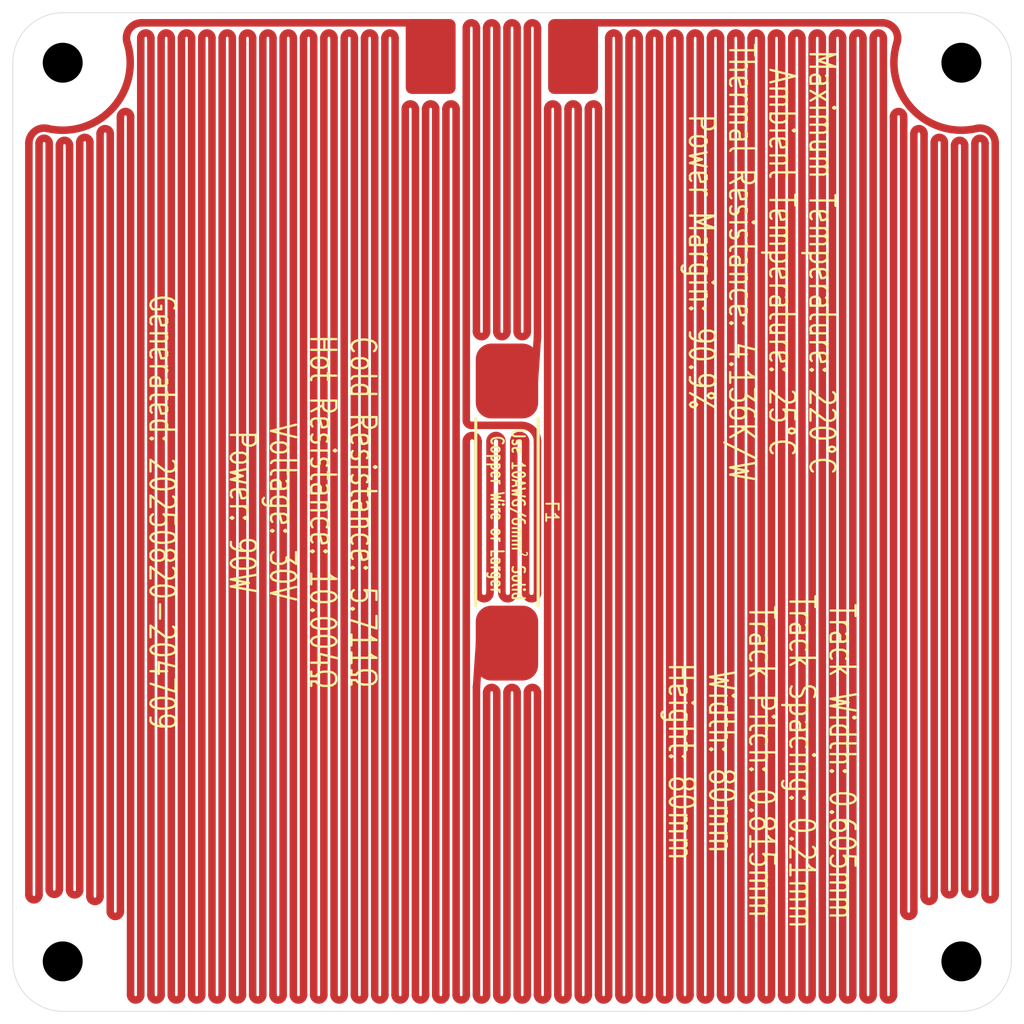
<source format=kicad_pcb>
(kicad_pcb (version 20241229) (generator "pcbnew") (generator_version "9.0")
  (layers (0 "F.Cu" signal) (2 "B.Cu" signal) (13 "F.Paste" user) (15 "B.Paste" user) (5 "F.SilkS" user "F.Silkscreen") (7 "B.SilkS" user "B.Silkscreen") (1 "F.Mask" user) (3 "B.Mask" user) (25 "Edge.Cuts" user))
  (net 0 "")
  (net 1 "Net-(J2-Pin_1)")
  (net 2 "Net-(J1-Pin_1)")
  (footprint "blg:MountingHole_3.2mm_M3_NoPad_TopLarge" (layer "F.Cu") (at 141 69)
    (property "Reference" "REF**" (hide yes))
    (property "Value" "MountingHole_3.2mm_M3_NoPad_TopLarge" (hide yes))
    (pad "" np_thru_hole circle (at 0 0) (size 7.6 7.6) (drill 3.2) (layers))
  )
  (footprint "blg:SMD_PowerConnection_4x6mm" (layer "F.Cu") (at 109.89 68.5 -90)
    (property "Reference" "J2" (hide yes))
    (property "Value" "Hotplate_Power_Connection" (hide yes))
    (pad "1" smd roundrect (at 0 0 270) (size 6 4) (layers "F.Cu" "F.Mask" "F.Paste") (roundrect_rratio 0.125) (net 1 "Net-(J2-Pin_1)"))
  )
  (footprint "blg:MountingHole_3.2mm_M3_NoPad_TopLarge" (layer "F.Cu") (at 69 141)
    (property "Reference" "REF**" (hide yes))
    (property "Value" "MountingHole_3.2mm_M3_NoPad_TopLarge" (hide yes))
    (pad "" np_thru_hole circle (at 0 0) (size 7.6 7.6) (drill 3.2) (layers))
  )
  (footprint "blg:MountingHole_3.2mm_M3_NoPad_TopLarge" (layer "F.Cu") (at 141 141)
    (property "Reference" "REF**" (hide yes))
    (property "Value" "MountingHole_3.2mm_M3_NoPad_TopLarge" (hide yes))
    (pad "" np_thru_hole circle (at 0 0) (size 7.6 7.6) (drill 3.2) (layers))
  )
  (footprint "blg:SMD_PowerConnection_4x6mm" (layer "F.Cu") (at 98.48 68.5 -90)
    (property "Reference" "J1" (hide yes))
    (property "Value" "Hotplate_Power_Connection" (hide yes))
    (pad "1" smd roundrect (at 0 0 270) (size 6 4) (layers "F.Cu" "F.Mask" "F.Paste") (roundrect_rratio 0.125) (net 2 "Net-(J1-Pin_1)"))
  )
  (footprint "blg:Thermal Fuse, Front, 25mm" (layer "F.Cu") (at 104.5925 105 -90)
    (property "Reference" "F1" (at 0 -3.6 270) (layer "F.SilkS"))
    (property "Value" "~")
    (fp_line (start -7.5 2.5) (end 7.5 2.5) (stroke (width 0.25)) (layer "F.SilkS"))
    (fp_line (start -7.5 -2.5) (end 7.5 -2.5) (stroke (width 0.25)) (layer "F.SilkS"))
    (fp_text user "Use 10AWG/6mm  Solid" (at 0.2 -0.9 270) (layer "F.SilkS") (effects (font (size 1 0.75))))
    (fp_text user "2" (at 3.35 -1.3 270) (layer "F.SilkS") (effects (font (size 0.6 0.4) (thickness 0.1))))
    (fp_text user "Copper Wire or Larger" (at 0.2 0.8 270) (layer "F.SilkS") (effects (font (size 1 0.75))))
    (pad "1" smd roundrect (at -10.5 0 270) (size 6 5) (layers "F.Cu" "F.Mask") (net 2 "Net-(J1-Pin_1)"))
    (pad "2" smd roundrect (at 10.5 0 270) (size 6 5) (layers "F.Cu" "F.Mask") (net 1 "Net-(J2-Pin_1)"))
  )
  (footprint "blg:MountingHole_3.2mm_M3_NoPad_TopLarge" (layer "F.Cu") (at 69 69)
    (property "Reference" "REF**" (hide yes))
    (property "Value" "MountingHole_3.2mm_M3_NoPad_TopLarge" (hide yes))
    (pad "" np_thru_hole circle (at 0 0) (size 7.6 7.6) (drill 3.2) (layers))
  )
  (gr_arc (start 65 69) (mid 66.171573 66.171573) (end 69 65) (stroke (width 0.05)) (layer "Edge.Cuts"))
  (gr_line (start 145 69) (end 145 141) (stroke (width 0.05)) (layer "Edge.Cuts"))
  (gr_arc (start 69 145) (mid 66.171573 143.828427) (end 65 141) (stroke (width 0.05)) (layer "Edge.Cuts"))
  (gr_line (start 69 145) (end 141 145) (stroke (width 0.05)) (layer "Edge.Cuts"))
  (gr_line (start 65 69) (end 65 141) (stroke (width 0.05)) (layer "Edge.Cuts"))
  (gr_arc (start 145 141) (mid 143.828427 143.828427) (end 141 145) (stroke (width 0.05)) (layer "Edge.Cuts"))
  (gr_arc (start 141 65) (mid 143.828427 66.171573) (end 145 69) (stroke (width 0.05)) (layer "Edge.Cuts"))
  (gr_line (start 69 65) (end 141 65) (stroke (width 0.05)) (layer "Edge.Cuts"))
  (gr_text "Track Width: 0.605mm\nTrack Spacing: 0.21mm\nTrack Pitch: 0.815mm\nWidth: 80mm\nHeight: 80mm" (at 125 125 270) (layer "F.SilkS") (effects (font (size 2 1.5) (thickness 0.1875))))
  (gr_text "Maximum Temperature: 220°C\nAmbient Temperature: 25°C\nThermal Resistance: 4.136K/W\nPower Margin: 90.9%" (at 125 85 270) (layer "F.SilkS") (effects (font (size 2 1.5) (thickness 0.1875))))
  (gr_text "Cold Resistance: 5.711Ω\nHot Resistance: 10.004Ω\nVoltage: 30V\nPower: 90W\n\nGenerated: 20250820-204709" (at 85 105 270) (layer "F.SilkS") (effects (font (size 2 1.5) (thickness 0.1875))))
  (segment (start 129.0425 143.685) (end 129.0425 67.025) (width 0.605) (layer "F.Cu") (net 1))
  (segment (start 125.782499 143.685) (end 125.782499 67.025) (width 0.605) (layer "F.Cu") (net 1))
  (segment (start 105.4075 119.46) (end 105.4075 143.685) (width 0.605) (layer "F.Cu") (net 1))
  (segment (start 141.267499 75.628521) (end 141.267499 135.224309) (width 0.605) (layer "F.Cu") (net 1))
  (segment (start 108.6675 72.71) (end 108.6675 143.685) (width 0.605) (layer "F.Cu") (net 1))
  (segment (start 137.1925 136.994004) (end 137.1925 74.691827) (width 0.605) (layer "F.Cu") (net 1))
  (segment (start 138.8225 135.791161) (end 138.8225 75.389366) (width 0.605) (layer "F.Cu") (net 1))
  (segment (start 134.670997 65.802499) (end 109.89 65.802499) (width 0.605) (layer "F.Cu") (net 1))
  (segment (start 134.7475 67.025) (end 134.7475 143.685) (width 0.605) (layer "F.Cu") (net 1))
  (segment (start 102.1475 119.0525) (end 102.395 115.5) (width 0.605) (layer "F.Cu") (net 1))
  (segment (start 113.557499 67.025) (end 113.557499 143.685) (width 0.605) (layer "F.Cu") (net 1))
  (segment (start 116.0025 143.685) (end 116.0025 67.025) (width 0.605) (layer "F.Cu") (net 1))
  (segment (start 142.897499 75.460402) (end 142.897499 135.661348) (width 0.605) (layer "F.Cu") (net 1))
  (segment (start 123.337499 67.025) (end 123.337499 143.685) (width 0.605) (layer "F.Cu") (net 1))
  (segment (start 122.5225 143.685) (end 122.5225 67.025) (width 0.605) (layer "F.Cu") (net 1))
  (segment (start 136.3775 73.319259) (end 136.3775 136.994004) (width 0.605) (layer "F.Cu") (net 1))
  (segment (start 118.447499 67.025) (end 118.447499 143.685) (width 0.605) (layer "F.Cu") (net 1))
  (segment (start 102.962499 143.685) (end 102.962499 119.46) (width 0.605) (layer "F.Cu") (net 1))
  (segment (start 127.412499 143.685) (end 127.412499 67.025) (width 0.605) (layer "F.Cu") (net 1))
  (segment (start 138.0075 74.691827) (end 138.0075 135.791161) (width 0.605) (layer "F.Cu") (net 1))
  (segment (start 102.395 115.5) (end 104.5925 115.5) (width 0.605) (layer "F.Cu") (net 1))
  (segment (start 104.592499 143.685) (end 104.592499 119.46) (width 0.605) (layer "F.Cu") (net 1))
  (segment (start 124.9675 67.025) (end 124.9675 143.685) (width 0.605) (layer "F.Cu") (net 1))
  (segment (start 114.372499 143.685) (end 114.372499 67.025) (width 0.605) (layer "F.Cu") (net 1))
  (segment (start 111.9275 72.71) (end 111.9275 143.685) (width 0.605) (layer "F.Cu") (net 1))
  (segment (start 142.0825 135.224309) (end 142.0825 75.460402) (width 0.605) (layer "F.Cu") (net 1))
  (segment (start 143.7125 135.661348) (end 143.7125 75.460402) (width 0.605) (layer "F.Cu") (net 1))
  (segment (start 107.0375 119.46) (end 107.0375 143.685) (width 0.605) (layer "F.Cu") (net 1))
  (segment (start 116.8175 67.025) (end 116.8175 143.685) (width 0.605) (layer "F.Cu") (net 1))
  (segment (start 133.932499 143.685) (end 133.932499 67.025) (width 0.605) (layer "F.Cu") (net 1))
  (segment (start 130.672499 143.685) (end 130.672499 67.025) (width 0.605) (layer "F.Cu") (net 1))
  (segment (start 106.2225 143.685) (end 106.2225 119.46) (width 0.605) (layer "F.Cu") (net 1))
  (segment (start 135.5625 143.685) (end 135.5625 73.319259) (width 0.605) (layer "F.Cu") (net 1))
  (segment (start 102.1475 119.0525) (end 102.1475 143.685) (width 0.605) (layer "F.Cu") (net 1))
  (segment (start 112.7425 143.685) (end 112.7425 67.025) (width 0.605) (layer "F.Cu") (net 1))
  (segment (start 139.6375 75.389366) (end 139.6375 135.263956) (width 0.605) (layer "F.Cu") (net 1))
  (segment (start 133.1175 67.025) (end 133.1175 143.685) (width 0.605) (layer "F.Cu") (net 1))
  (segment (start 124.1525 143.685) (end 124.1525 67.025) (width 0.605) (layer "F.Cu") (net 1))
  (segment (start 131.4875 67.025) (end 131.4875 143.685) (width 0.605) (layer "F.Cu") (net 1))
  (segment (start 103.777499 119.46) (end 103.777499 143.685) (width 0.605) (layer "F.Cu") (net 1))
  (segment (start 129.857499 67.025) (end 129.857499 143.685) (width 0.605) (layer "F.Cu") (net 1))
  (segment (start 109.4825 143.685) (end 109.4825 72.71) (width 0.605) (layer "F.Cu") (net 1))
  (segment (start 110.2975 72.71) (end 110.2975 143.685) (width 0.605) (layer "F.Cu") (net 1))
  (segment (start 140.4525 135.263956) (end 140.4525 75.628521) (width 0.605) (layer "F.Cu") (net 1))
  (segment (start 120.8925 143.685) (end 120.8925 67.025) (width 0.605) (layer "F.Cu") (net 1))
  (segment (start 117.6325 143.685) (end 117.6325 67.025) (width 0.605) (layer "F.Cu") (net 1))
  (segment (start 128.227499 67.025) (end 128.227499 143.685) (width 0.605) (layer "F.Cu") (net 1))
  (segment (start 115.1875 67.025) (end 115.1875 143.685) (width 0.605) (layer "F.Cu") (net 1))
  (segment (start 107.852499 143.685) (end 107.852499 72.71) (width 0.605) (layer "F.Cu") (net 1))
  (segment (start 126.5975 67.025) (end 126.5975 143.685) (width 0.605) (layer "F.Cu") (net 1))
  (segment (start 132.302499 143.685) (end 132.302499 67.025) (width 0.605) (layer "F.Cu") (net 1))
  (segment (start 111.112499 143.685) (end 111.112499 72.71) (width 0.605) (layer "F.Cu") (net 1))
  (segment (start 119.262499 143.685) (end 119.262499 67.025) (width 0.605) (layer "F.Cu") (net 1))
  (segment (start 121.7075 67.025) (end 121.7075 143.685) (width 0.605) (layer "F.Cu") (net 1))
  (segment (start 109.89 65.802499) (end 109.89 68.499999) (width 0.605) (layer "F.Cu") (net 1))
  (segment (start 120.077499 67.025) (end 120.077499 143.685) (width 0.605) (layer "F.Cu") (net 1))
  (arc (start 142.21526 74.269174) (mid 137.034169 72.676036) (end 135.837996 67.389168) (width 0.605) (layer "F.Cu") (net 1))
  (arc (start 136.3775 136.994004) (mid 136.785 137.401504) (end 137.1925 136.994004) (width 0.605) (layer "F.Cu") (net 1))
  (arc (start 105.4075 143.685) (mid 105.815 144.092499) (end 106.2225 143.685) (width 0.605) (layer "F.Cu") (net 1))
  (arc (start 116.8175 143.685) (mid 117.225 144.092499) (end 117.6325 143.685) (width 0.605) (layer "F.Cu") (net 1))
  (arc (start 124.9675 143.685) (mid 125.374999 144.092499) (end 125.782499 143.685) (width 0.605) (layer "F.Cu") (net 1))
  (arc (start 130.672499 67.025) (mid 131.08 66.617499) (end 131.4875 67.025) (width 0.605) (layer "F.Cu") (net 1))
  (arc (start 142.0825 75.460402) (mid 142.49 75.052902) (end 142.897499 75.460402) (width 0.605) (layer "F.Cu") (net 1))
  (arc (start 115.1875 143.685) (mid 115.594999 144.092499) (end 116.0025 143.685) (width 0.605) (layer "F.Cu") (net 1))
  (arc (start 143.7125 75.460402) (mid 143.402726 74.647114) (end 142.21526 74.269174) (width 0.605) (layer "F.Cu") (net 1))
  (arc (start 104.592499 119.46) (mid 105 119.0525) (end 105.4075 119.46) (width 0.605) (layer "F.Cu") (net 1))
  (arc (start 107.0375 143.685) (mid 107.445 144.0925) (end 107.852499 143.685) (width 0.605) (layer "F.Cu") (net 1))
  (arc (start 116.0025 67.025) (mid 116.41 66.617499) (end 116.8175 67.025) (width 0.605) (layer "F.Cu") (net 1))
  (arc (start 102.1475 143.685) (mid 102.555 144.092499) (end 102.962499 143.685) (width 0.605) (layer "F.Cu") (net 1))
  (arc (start 124.1525 67.025) (mid 124.559999 66.617499) (end 124.9675 67.025) (width 0.605) (layer "F.Cu") (net 1))
  (arc (start 122.5225 67.025) (mid 122.93 66.617499) (end 123.337499 67.025) (width 0.605) (layer "F.Cu") (net 1))
  (arc (start 110.2975 143.685) (mid 110.705 144.092499) (end 111.112499 143.685) (width 0.605) (layer "F.Cu") (net 1))
  (arc (start 133.932499 67.025) (mid 134.339999 66.617499) (end 134.7475 67.025) (width 0.605) (layer "F.Cu") (net 1))
  (arc (start 120.8925 67.025) (mid 121.3 66.617499) (end 121.7075 67.025) (width 0.605) (layer "F.Cu") (net 1))
  (arc (start 135.5625 73.319259) (mid 135.97 72.911759) (end 136.3775 73.319259) (width 0.605) (layer "F.Cu") (net 1))
  (arc (start 103.777499 143.685) (mid 104.185 144.092499) (end 104.592499 143.685) (width 0.605) (layer "F.Cu") (net 1))
  (arc (start 129.857499 143.685) (mid 130.264999 144.092499) (end 130.672499 143.685) (width 0.605) (layer "F.Cu") (net 1))
  (arc (start 125.782499 67.025) (mid 126.19 66.617499) (end 126.5975 67.025) (width 0.605) (layer "F.Cu") (net 1))
  (arc (start 126.5975 143.685) (mid 127.005 144.092499) (end 127.412499 143.685) (width 0.605) (layer "F.Cu") (net 1))
  (arc (start 118.447499 143.685) (mid 118.854999 144.092499) (end 119.262499 143.685) (width 0.605) (layer "F.Cu") (net 1))
  (arc (start 108.6675 143.685) (mid 109.074999 144.092499) (end 109.4825 143.685) (width 0.605) (layer "F.Cu") (net 1))
  (arc (start 123.337499 143.685) (mid 123.744999 144.092499) (end 124.1525 143.685) (width 0.605) (layer "F.Cu") (net 1))
  (arc (start 111.9275 143.685) (mid 112.335 144.092499) (end 112.7425 143.685) (width 0.605) (layer "F.Cu") (net 1))
  (arc (start 112.7425 67.025) (mid 113.15 66.617499) (end 113.557499 67.025) (width 0.605) (layer "F.Cu") (net 1))
  (arc (start 128.227499 143.685) (mid 128.634999 144.092499) (end 129.0425 143.685) (width 0.605) (layer "F.Cu") (net 1))
  (arc (start 107.852499 72.71) (mid 108.259999 72.3025) (end 108.6675 72.71) (width 0.605) (layer "F.Cu") (net 1))
  (arc (start 106.2225 119.46) (mid 106.63 119.0525) (end 107.0375 119.46) (width 0.605) (layer "F.Cu") (net 1))
  (arc (start 102.962499 119.46) (mid 103.369999 119.0525) (end 103.777499 119.46) (width 0.605) (layer "F.Cu") (net 1))
  (arc (start 127.412499 67.025) (mid 127.82 66.617499) (end 128.227499 67.025) (width 0.605) (layer "F.Cu") (net 1))
  (arc (start 120.077499 143.685) (mid 120.485 144.092499) (end 120.8925 143.685) (width 0.605) (layer "F.Cu") (net 1))
  (arc (start 137.1925 74.691827) (mid 137.6 74.284327) (end 138.0075 74.691827) (width 0.605) (layer "F.Cu") (net 1))
  (arc (start 133.1175 143.685) (mid 133.525 144.092499) (end 133.932499 143.685) (width 0.605) (layer "F.Cu") (net 1))
  (arc (start 132.302499 67.025) (mid 132.71 66.617499) (end 133.1175 67.025) (width 0.605) (layer "F.Cu") (net 1))
  (arc (start 138.8225 75.389366) (mid 139.23 74.981866) (end 139.6375 75.389366) (width 0.605) (layer "F.Cu") (net 1))
  (arc (start 119.262499 67.025) (mid 119.67 66.617499) (end 120.077499 67.025) (width 0.605) (layer "F.Cu") (net 1))
  (arc (start 142.897499 135.661348) (mid 143.304999 136.068848) (end 143.7125 135.661348) (width 0.605) (layer "F.Cu") (net 1))
  (arc (start 141.267499 135.224309) (mid 141.674999 135.631809) (end 142.0825 135.224309) (width 0.605) (layer "F.Cu") (net 1))
  (arc (start 111.112499 72.71) (mid 111.52 72.3025) (end 111.9275 72.71) (width 0.605) (layer "F.Cu") (net 1))
  (arc (start 134.670997 65.802499) (mid 135.655807 66.300669) (end 135.837996 67.389168) (width 0.605) (layer "F.Cu") (net 1))
  (arc (start 138.0075 135.791161) (mid 138.415 136.198661) (end 138.8225 135.791161) (width 0.605) (layer "F.Cu") (net 1))
  (arc (start 129.0425 67.025) (mid 129.449999 66.617499) (end 129.857499 67.025) (width 0.605) (layer "F.Cu") (net 1))
  (arc (start 114.372499 67.025) (mid 114.779999 66.617499) (end 115.1875 67.025) (width 0.605) (layer "F.Cu") (net 1))
  (arc (start 140.4525 75.628521) (mid 140.86 75.221021) (end 141.267499 75.628521) (width 0.605) (layer "F.Cu") (net 1))
  (arc (start 117.6325 67.025) (mid 118.039999 66.617499) (end 118.447499 67.025) (width 0.605) (layer "F.Cu") (net 1))
  (arc (start 113.557499 143.685) (mid 113.965 144.092499) (end 114.372499 143.685) (width 0.605) (layer "F.Cu") (net 1))
  (arc (start 121.7075 143.685) (mid 122.115 144.092499) (end 122.5225 143.685) (width 0.605) (layer "F.Cu") (net 1))
  (arc (start 131.4875 143.685) (mid 131.894999 144.092499) (end 132.302499 143.685) (width 0.605) (layer "F.Cu") (net 1))
  (arc (start 139.6375 135.263956) (mid 140.045 135.671456) (end 140.4525 135.263956) (width 0.605) (layer "F.Cu") (net 1))
  (arc (start 134.7475 143.685) (mid 135.155 144.092499) (end 135.5625 143.685) (width 0.605) (layer "F.Cu") (net 1))
  (arc (start 109.4825 72.71) (mid 109.89 72.3025) (end 110.2975 72.71) (width 0.605) (layer "F.Cu") (net 1))
  (segment (start 82.587499 143.685) (end 82.587499 67.025) (width 0.605) (layer "F.Cu") (net 2))
  (segment (start 71.9925 74.691827) (end 71.9925 135.791161) (width 0.605) (layer "F.Cu") (net 2))
  (segment (start 76.8825 67.025) (end 76.8825 143.685) (width 0.605) (layer "F.Cu") (net 2))
  (segment (start 102.283333 111.472083) (end 102.283333 99.342916) (width 0.605) (layer "F.Cu") (net 2))
  (segment (start 93.9975 143.685) (end 93.9975 67.025) (width 0.605) (layer "F.Cu") (net 2))
  (segment (start 66.287499 135.661348) (end 66.287499 75.460402) (width 0.605) (layer "F.Cu") (net 2))
  (segment (start 88.292499 67.025) (end 88.292499 143.685) (width 0.605) (layer "F.Cu") (net 2))
  (segment (start 76.0675 143.685) (end 76.0675 67.025) (width 0.605) (layer "F.Cu") (net 2))
  (segment (start 107.0375 90.9475) (end 106.789999 94.5) (width 0.605) (layer "F.Cu") (net 2))
  (segment (start 102.962499 66.209999) (end 102.962499 90.539999) (width 0.605) (layer "F.Cu") (net 2))
  (segment (start 103.777499 90.539999) (end 103.777499 66.209999) (width 0.605) (layer "F.Cu") (net 2))
  (segment (start 79.3275 143.685) (end 79.3275 67.025) (width 0.605) (layer "F.Cu") (net 2))
  (segment (start 107.0375 90.9475) (end 107.0375 66.209999) (width 0.605) (layer "F.Cu") (net 2))
  (segment (start 91.5525 67.025) (end 91.5525 143.685) (width 0.605) (layer "F.Cu") (net 2))
  (segment (start 107.0375 99.342916) (end 107.0375 111.472083) (width 0.605) (layer "F.Cu") (net 2))
  (segment (start 98.072499 72.71) (end 98.072499 143.685) (width 0.605) (layer "F.Cu") (net 2))
  (segment (start 104.185 111.472083) (end 104.185 99.342916) (width 0.605) (layer "F.Cu") (net 2))
  (segment (start 93.1825 67.025) (end 93.1825 143.685) (width 0.605) (layer "F.Cu") (net 2))
  (segment (start 106.086666 111.472083) (end 106.086666 99.342916) (width 0.605) (layer "F.Cu") (net 2))
  (segment (start 74.437499 143.685) (end 74.437499 73.319259) (width 0.605) (layer "F.Cu") (net 2))
  (segment (start 84.2175 143.685) (end 84.2175 67.025) (width 0.605) (layer "F.Cu") (net 2))
  (segment (start 106.789999 94.5) (end 104.5925 94.5) (width 0.605) (layer "F.Cu") (net 2))
  (segment (start 68.7325 75.628521) (end 68.7325 135.224309) (width 0.605) (layer "F.Cu") (net 2))
  (segment (start 85.8475 143.685) (end 85.8475 67.025) (width 0.605) (layer "F.Cu") (net 2))
  (segment (start 99.7025 72.71) (end 99.7025 143.685) (width 0.605) (layer "F.Cu") (net 2))
  (segment (start 97.2575 143.685) (end 97.2575 72.71) (width 0.605) (layer "F.Cu") (net 2))
  (segment (start 69.5475 135.263956) (end 69.5475 75.628521) (width 0.605) (layer "F.Cu") (net 2))
  (segment (start 100.5175 143.685) (end 100.5175 72.71) (width 0.605) (layer "F.Cu") (net 2))
  (segment (start 67.917499 135.224309) (end 67.917499 75.460402) (width 0.605) (layer "F.Cu") (net 2))
  (segment (start 105.135833 99.342916) (end 105.135833 111.472083) (width 0.605) (layer "F.Cu") (net 2))
  (segment (start 92.3675 143.685) (end 92.3675 67.025) (width 0.605) (layer "F.Cu") (net 2))
  (segment (start 104.592499 66.209999) (end 104.592499 90.539999) (width 0.605) (layer "F.Cu") (net 2))
  (segment (start 86.6625 67.025) (end 86.6625 143.685) (width 0.605) (layer "F.Cu") (net 2))
  (segment (start 87.4775 143.685) (end 87.4775 67.025) (width 0.605) (layer "F.Cu") (net 2))
  (segment (start 96.4425 72.71) (end 96.4425 143.685) (width 0.605) (layer "F.Cu") (net 2))
  (segment (start 67.102499 75.460402) (end 67.102499 135.661348) (width 0.605) (layer "F.Cu") (net 2))
  (segment (start 75.2525 67.025) (end 75.2525 143.685) (width 0.605) (layer "F.Cu") (net 2))
  (segment (start 70.3625 75.389366) (end 70.3625 135.263956) (width 0.605) (layer "F.Cu") (net 2))
  (segment (start 103.234166 99.342916) (end 103.234166 111.472083) (width 0.605) (layer "F.Cu") (net 2))
  (segment (start 73.622499 73.319259) (end 73.622499 136.994004) (width 0.605) (layer "F.Cu") (net 2))
  (segment (start 71.1775 135.791161) (end 71.1775 75.389366) (width 0.605) (layer "F.Cu") (net 2))
  (segment (start 85.0325 67.025) (end 85.0325 143.685) (width 0.605) (layer "F.Cu") (net 2))
  (segment (start 80.9575 143.685) (end 80.9575 67.025) (width 0.605) (layer "F.Cu") (net 2))
  (segment (start 95.627499 143.685) (end 95.627499 67.025) (width 0.605) (layer "F.Cu") (net 2))
  (segment (start 105.4075 90.539999) (end 105.4075 66.209999) (width 0.605) (layer "F.Cu") (net 2))
  (segment (start 78.5125 67.025) (end 78.5125 143.685) (width 0.605) (layer "F.Cu") (net 2))
  (segment (start 98.48 65.802499) (end 98.48 68.499999) (width 0.605) (layer "F.Cu") (net 2))
  (segment (start 101.3325 99.342916) (end 101.3325 143.685) (width 0.605) (layer "F.Cu") (net 2))
  (segment (start 94.8125 67.025) (end 94.8125 143.685) (width 0.605) (layer "F.Cu") (net 2))
  (segment (start 101.3325 66.21) (end 101.3325 97.645) (width 0.605) (layer "F.Cu") (net 2))
  (segment (start 101.74 98.0525) (end 105.747083 98.0525) (width 0.605) (layer "F.Cu") (net 2))
  (segment (start 80.1425 67.025) (end 80.1425 143.685) (width 0.605) (layer "F.Cu") (net 2))
  (segment (start 89.9225 67.025) (end 89.9225 143.685) (width 0.605) (layer "F.Cu") (net 2))
  (segment (start 72.807499 136.994004) (end 72.807499 74.691827) (width 0.605) (layer "F.Cu") (net 2))
  (segment (start 106.2225 66.209999) (end 106.2225 90.539999) (width 0.605) (layer "F.Cu") (net 2))
  (segment (start 77.6975 143.685) (end 77.6975 67.025) (width 0.605) (layer "F.Cu") (net 2))
  (segment (start 89.107499 143.685) (end 89.107499 67.025) (width 0.605) (layer "F.Cu") (net 2))
  (segment (start 83.402499 67.025) (end 83.402499 143.685) (width 0.605) (layer "F.Cu") (net 2))
  (segment (start 90.7375 143.685) (end 90.7375 67.025) (width 0.605) (layer "F.Cu") (net 2))
  (segment (start 98.887499 143.685) (end 98.887499 72.71) (width 0.605) (layer "F.Cu") (net 2))
  (segment (start 102.1475 90.539999) (end 102.1475 66.209999) (width 0.605) (layer "F.Cu") (net 2))
  (segment (start 81.7725 67.025) (end 81.7725 143.685) (width 0.605) (layer "F.Cu") (net 2))
  (segment (start 75.329002 65.802499) (end 98.48 65.802499) (width 0.605) (layer "F.Cu") (net 2))
  (arc (start 82.587499 67.025) (mid 82.18 66.617499) (end 81.7725 67.025) (width 0.605) (layer "F.Cu") (net 2))
  (arc (start 87.4775 67.025) (mid 87.07 66.617499) (end 86.6625 67.025) (width 0.605) (layer "F.Cu") (net 2))
  (arc (start 93.9975 67.025) (mid 93.589999 66.617499) (end 93.1825 67.025) (width 0.605) (layer "F.Cu") (net 2))
  (arc (start 103.234166 111.472083) (mid 102.75875 111.947499) (end 102.283333 111.472083) (width 0.605) (layer "F.Cu") (net 2))
  (arc (start 94.8125 143.685) (mid 94.404999 144.092499) (end 93.9975 143.685) (width 0.605) (layer "F.Cu") (net 2))
  (arc (start 80.9575 67.025) (mid 80.55 66.617499) (end 80.1425 67.025) (width 0.605) (layer "F.Cu") (net 2))
  (arc (start 92.3675 67.025) (mid 91.96 66.617499) (end 91.5525 67.025) (width 0.605) (layer "F.Cu") (net 2))
  (arc (start 77.6975 67.025) (mid 77.289999 66.617499) (end 76.8825 67.025) (width 0.605) (layer "F.Cu") (net 2))
  (arc (start 73.622499 136.994004) (mid 73.215 137.401504) (end 72.807499 136.994004) (width 0.605) (layer "F.Cu") (net 2))
  (arc (start 93.1825 143.685) (mid 92.774999 144.092499) (end 92.3675 143.685) (width 0.605) (layer "F.Cu") (net 2))
  (arc (start 107.0375 111.472083) (mid 106.562083 111.947499) (end 106.086666 111.472083) (width 0.605) (layer "F.Cu") (net 2))
  (arc (start 67.784739 74.269174) (mid 72.96583 72.676036) (end 74.162003 67.389168) (width 0.605) (layer "F.Cu") (net 2))
  (arc (start 71.1775 75.389366) (mid 70.77 74.981866) (end 70.3625 75.389366) (width 0.605) (layer "F.Cu") (net 2))
  (arc (start 75.2525 143.685) (mid 74.845 144.092499) (end 74.437499 143.685) (width 0.605) (layer "F.Cu") (net 2))
  (arc (start 101.74 98.0525) (mid 101.451853 97.933146) (end 101.3325 97.645) (width 0.605) (layer "F.Cu") (net 2))
  (arc (start 105.4075 66.209999) (mid 105 65.802499) (end 104.592499 66.209999) (width 0.605) (layer "F.Cu") (net 2))
  (arc (start 102.962499 90.539999) (mid 102.555 90.9475) (end 102.1475 90.539999) (width 0.605) (layer "F.Cu") (net 2))
  (arc (start 102.283333 99.342916) (mid 101.807916 98.8675) (end 101.3325 99.342916) (width 0.605) (layer "F.Cu") (net 2))
  (arc (start 81.7725 143.685) (mid 81.365 144.092499) (end 80.9575 143.685) (width 0.605) (layer "F.Cu") (net 2))
  (arc (start 67.102499 135.661348) (mid 66.694999 136.068848) (end 66.287499 135.661348) (width 0.605) (layer "F.Cu") (net 2))
  (arc (start 79.3275 67.025) (mid 78.919999 66.617499) (end 78.5125 67.025) (width 0.605) (layer "F.Cu") (net 2))
  (arc (start 105.747083 98.0525) (mid 106.659545 98.430454) (end 107.0375 99.342916) (width 0.605) (layer "F.Cu") (net 2))
  (arc (start 105.135833 111.472083) (mid 104.660416 111.947499) (end 104.185 111.472083) (width 0.605) (layer "F.Cu") (net 2))
  (arc (start 70.3625 135.263956) (mid 69.955 135.671456) (end 69.5475 135.263956) (width 0.605) (layer "F.Cu") (net 2))
  (arc (start 96.4425 143.685) (mid 96.035 144.092499) (end 95.627499 143.685) (width 0.605) (layer "F.Cu") (net 2))
  (arc (start 103.777499 66.209999) (mid 103.369999 65.802499) (end 102.962499 66.209999) (width 0.605) (layer "F.Cu") (net 2))
  (arc (start 91.5525 143.685) (mid 91.145 144.092499) (end 90.7375 143.685) (width 0.605) (layer "F.Cu") (net 2))
  (arc (start 72.807499 74.691827) (mid 72.399999 74.284327) (end 71.9925 74.691827) (width 0.605) (layer "F.Cu") (net 2))
  (arc (start 100.5175 72.71) (mid 100.109999 72.3025) (end 99.7025 72.71) (width 0.605) (layer "F.Cu") (net 2))
  (arc (start 67.917499 75.460402) (mid 67.51 75.052902) (end 67.102499 75.460402) (width 0.605) (layer "F.Cu") (net 2))
  (arc (start 89.9225 143.685) (mid 89.515 144.092499) (end 89.107499 143.685) (width 0.605) (layer "F.Cu") (net 2))
  (arc (start 84.2175 67.025) (mid 83.81 66.617499) (end 83.402499 67.025) (width 0.605) (layer "F.Cu") (net 2))
  (arc (start 76.8825 143.685) (mid 76.475 144.092499) (end 76.0675 143.685) (width 0.605) (layer "F.Cu") (net 2))
  (arc (start 69.5475 75.628521) (mid 69.139999 75.221021) (end 68.7325 75.628521) (width 0.605) (layer "F.Cu") (net 2))
  (arc (start 80.1425 143.685) (mid 79.735 144.092499) (end 79.3275 143.685) (width 0.605) (layer "F.Cu") (net 2))
  (arc (start 89.107499 67.025) (mid 88.7 66.617499) (end 88.292499 67.025) (width 0.605) (layer "F.Cu") (net 2))
  (arc (start 66.287499 75.460402) (mid 66.597273 74.647114) (end 67.784739 74.269174) (width 0.605) (layer "F.Cu") (net 2))
  (arc (start 88.292499 143.685) (mid 87.884999 144.092499) (end 87.4775 143.685) (width 0.605) (layer "F.Cu") (net 2))
  (arc (start 95.627499 67.025) (mid 95.22 66.617499) (end 94.8125 67.025) (width 0.605) (layer "F.Cu") (net 2))
  (arc (start 71.9925 135.791161) (mid 71.585 136.198661) (end 71.1775 135.791161) (width 0.605) (layer "F.Cu") (net 2))
  (arc (start 106.086666 99.342916) (mid 105.611249 98.8675) (end 105.135833 99.342916) (width 0.605) (layer "F.Cu") (net 2))
  (arc (start 75.329002 65.802499) (mid 74.344192 66.300669) (end 74.162003 67.389168) (width 0.605) (layer "F.Cu") (net 2))
  (arc (start 102.1475 66.209999) (mid 101.74 65.802499) (end 101.3325 66.209999) (width 0.605) (layer "F.Cu") (net 2))
  (arc (start 107.0375 66.209999) (mid 106.63 65.802499) (end 106.2225 66.209999) (width 0.605) (layer "F.Cu") (net 2))
  (arc (start 101.3325 143.685) (mid 100.925 144.092499) (end 100.5175 143.685) (width 0.605) (layer "F.Cu") (net 2))
  (arc (start 104.592499 90.539999) (mid 104.185 90.9475) (end 103.777499 90.539999) (width 0.605) (layer "F.Cu") (net 2))
  (arc (start 68.7325 135.224309) (mid 68.325 135.631809) (end 67.917499 135.224309) (width 0.605) (layer "F.Cu") (net 2))
  (arc (start 104.185 99.342916) (mid 103.709583 98.8675) (end 103.234166 99.342916) (width 0.605) (layer "F.Cu") (net 2))
  (arc (start 85.8475 67.025) (mid 85.44 66.617499) (end 85.0325 67.025) (width 0.605) (layer "F.Cu") (net 2))
  (arc (start 85.0325 143.685) (mid 84.624999 144.092499) (end 84.2175 143.685) (width 0.605) (layer "F.Cu") (net 2))
  (arc (start 90.7375 67.025) (mid 90.33 66.617499) (end 89.9225 67.025) (width 0.605) (layer "F.Cu") (net 2))
  (arc (start 86.6625 143.685) (mid 86.255 144.092499) (end 85.8475 143.685) (width 0.605) (layer "F.Cu") (net 2))
  (arc (start 99.7025 143.685) (mid 99.294999 144.092499) (end 98.887499 143.685) (width 0.605) (layer "F.Cu") (net 2))
  (arc (start 106.2225 90.539999) (mid 105.815 90.9475) (end 105.4075 90.539999) (width 0.605) (layer "F.Cu") (net 2))
  (arc (start 76.0675 67.025) (mid 75.66 66.617499) (end 75.2525 67.025) (width 0.605) (layer "F.Cu") (net 2))
  (arc (start 98.887499 72.71) (mid 98.48 72.3025) (end 98.072499 72.71) (width 0.605) (layer "F.Cu") (net 2))
  (arc (start 78.5125 143.685) (mid 78.104999 144.092499) (end 77.6975 143.685) (width 0.605) (layer "F.Cu") (net 2))
  (arc (start 74.437499 73.319259) (mid 74.03 72.911759) (end 73.622499 73.319259) (width 0.605) (layer "F.Cu") (net 2))
  (arc (start 98.072499 143.685) (mid 97.665 144.092499) (end 97.2575 143.685) (width 0.605) (layer "F.Cu") (net 2))
  (arc (start 97.2575 72.71) (mid 96.85 72.3025) (end 96.4425 72.71) (width 0.605) (layer "F.Cu") (net 2))
  (arc (start 83.402499 143.685) (mid 82.995 144.092499) (end 82.587499 143.685) (width 0.605) (layer "F.Cu") (net 2))
)
</source>
